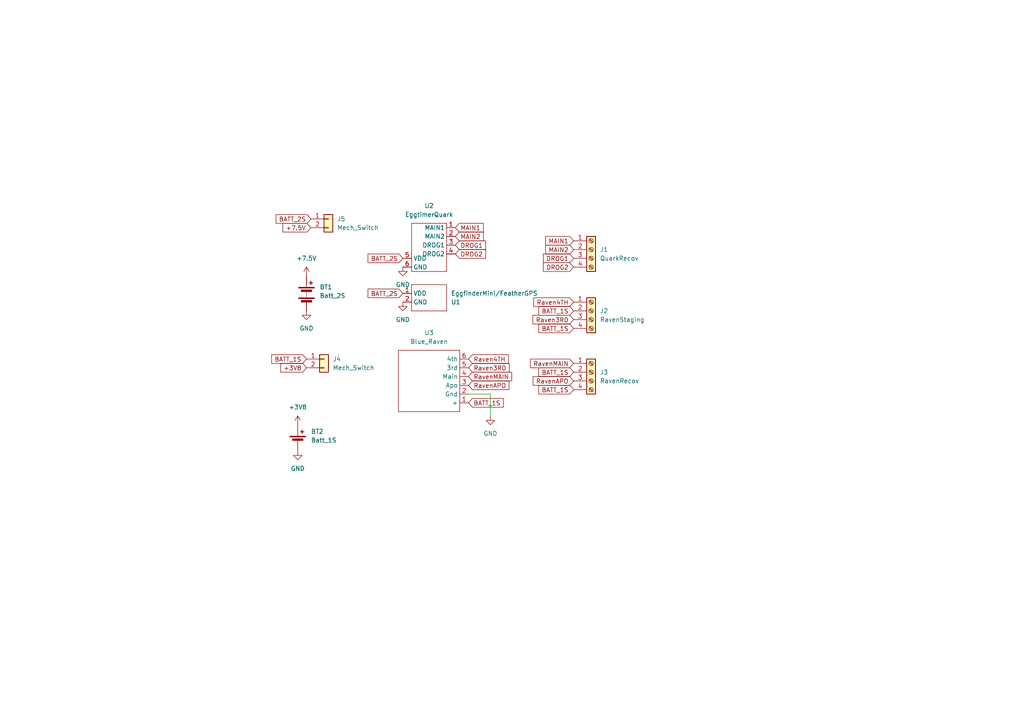
<source format=kicad_sch>
(kicad_sch (version 20230121) (generator eeschema)
  (paper "A4")
  (lib_symbols
    (symbol "COTS_boards:Blue_Raven"
      (property "Reference" "*" (at 25.4 -5.08 0))
      (property "Value" "Blue_Raven" (at 22 -7.62 0))
      (symbol "Blue_Raven_0_0"
        (rectangle (start 10.16 0) (end 27.94 -17.78))
      )
      (symbol "Blue_Raven_1_1"
        (pin input line (at 7.62 -2.54 0) (length 2.54) (name "+") (number "1"))
        (pin input line (at 7.62 -5.08 0) (length 2.54) (name "Gnd") (number "2"))
        (pin input line (at 7.62 -7.62 0) (length 2.54) (name "Apo") (number "3"))
        (pin input line (at 7.62 -10.16 0) (length 2.54) (name "Main") (number "4"))
        (pin input line (at 7.62 -12.7 0) (length 2.54) (name "3rd") (number "5"))
        (pin input line (at 7.62 -15.24 0) (length 2.54) (name "4th") (number "6"))
      )
    )
    (symbol "COTS_boards:EggfinderMini"
      (property "Reference" "U" (at 5.08 2.54 0))
      (property "Value" "EggfinderMini" (at 5.08 1.27 0))
      (symbol "EggfinderMini_0_1"
        (rectangle (start 0 0) (end 10.16 -7.62))
      )
      (symbol "EggfinderMini_1_1"
        (pin power_in line (at 12.7 -2.54 180) (length 2.54) (name "VDD") (number "1"))
        (pin power_in line (at 12.7 -5.08 180) (length 2.54) (name "GND") (number "2"))
      )
    )
    (symbol "COTS_boards:EggtimerQuark"
      (property "Reference" "U" (at 0 2.54 0))
      (property "Value" "EggtimerQuark" (at 0 1.27 0))
      (symbol "EggtimerQuark_0_1"
        (rectangle (start -5.08 0) (end 5.08 -13.97))
      )
      (symbol "EggtimerQuark_1_1"
        (pin output line (at 7.62 -1.27 180) (length 2.54) (name "MAIN1") (number "1"))
        (pin output line (at 7.62 -3.81 180) (length 2.54) (name "MAIN2") (number "2"))
        (pin output line (at 7.62 -6.35 180) (length 2.54) (name "DROG1") (number "3"))
        (pin output line (at 7.62 -8.89 180) (length 2.54) (name "DROG2") (number "4"))
        (pin power_in line (at -7.62 -10.16 0) (length 2.54) (name "VDD") (number "5"))
        (pin power_in line (at -7.62 -12.7 0) (length 2.54) (name "GND") (number "6"))
      )
    )
    (symbol "Connector:Screw_Terminal_01x04" (pin_names (offset 1.016) hide)
      (property "Reference" "J" (at 0 5.08 0))
      (property "Value" "Screw_Terminal_01x04" (at 0 -7.62 0))
      (symbol "Screw_Terminal_01x04_1_1"
        (rectangle (start -1.27 3.81) (end 1.27 -6.35) (stroke (width 0.254)) (fill (type background)))
        (circle (center 0 -5.08) (radius 0.635) (stroke (width 0.1524)))
        (circle (center 0 -2.54) (radius 0.635) (stroke (width 0.1524)))
        (polyline (pts (xy -0.5334 -4.7498) (xy 0.3302 -5.588)) (stroke (width 0.1524)))
        (polyline (pts (xy -0.5334 -2.2098) (xy 0.3302 -3.048)) (stroke (width 0.1524)))
        (polyline (pts (xy -0.5334 0.3302) (xy 0.3302 -0.508)) (stroke (width 0.1524)))
        (polyline (pts (xy -0.5334 2.8702) (xy 0.3302 2.032)) (stroke (width 0.1524)))
        (polyline (pts (xy -0.3556 -4.572) (xy 0.508 -5.4102)) (stroke (width 0.1524)))
        (polyline (pts (xy -0.3556 -2.032) (xy 0.508 -2.8702)) (stroke (width 0.1524)))
        (polyline (pts (xy -0.3556 0.508) (xy 0.508 -0.3302)) (stroke (width 0.1524)))
        (polyline (pts (xy -0.3556 3.048) (xy 0.508 2.2098)) (stroke (width 0.1524)))
        (circle (center 0 0) (radius 0.635) (stroke (width 0.1524)))
        (circle (center 0 2.54) (radius 0.635) (stroke (width 0.1524)))
        (pin passive line (at -5.08 2.54 0) (length 3.81) (name "Pin_1") (number "1"))
        (pin passive line (at -5.08 0 0) (length 3.81) (name "Pin_2") (number "2"))
        (pin passive line (at -5.08 -2.54 0) (length 3.81) (name "Pin_3") (number "3"))
        (pin passive line (at -5.08 -5.08 0) (length 3.81) (name "Pin_4") (number "4"))
      )
    )
    (symbol "Connector_Generic:Conn_01x02" (pin_names (offset 1.016) hide)
      (property "Reference" "J" (at 0 2.54 0))
      (property "Value" "Conn_01x02" (at 0 -5.08 0))
      (symbol "Conn_01x02_1_1"
        (rectangle (start -1.27 -2.413) (end 0 -2.667) (stroke (width 0.1524)))
        (rectangle (start -1.27 0.127) (end 0 -0.127) (stroke (width 0.1524)))
        (rectangle (start -1.27 1.27) (end 1.27 -3.81) (stroke (width 0.254)) (fill (type background)))
        (pin passive line (at -5.08 0 0) (length 3.81) (name "Pin_1") (number "1"))
        (pin passive line (at -5.08 -2.54 0) (length 3.81) (name "Pin_2") (number "2"))
      )
    )
    (symbol "Device:Battery" (pin_numbers hide) (pin_names (offset 0) hide)
      (property "Reference" "BT" (at 2.54 2.54 0))
      (property "Value" "Battery" (at 2.54 0 0))
      (symbol "Battery_0_1"
        (rectangle (start -2.286 -1.27) (end 2.286 -1.524) (fill (type outline)))
        (rectangle (start -2.286 1.778) (end 2.286 1.524) (fill (type outline)))
        (rectangle (start -1.524 -2.032) (end 1.524 -2.54) (fill (type outline)))
        (rectangle (start -1.524 1.016) (end 1.524 0.508) (fill (type outline)))
        (polyline (pts (xy 0 -1.016) (xy 0 -0.762)))
        (polyline (pts (xy 0 -0.508) (xy 0 -0.254)))
        (polyline (pts (xy 0 0) (xy 0 0.254)))
        (polyline (pts (xy 0 1.778) (xy 0 2.54)))
        (polyline (pts (xy 0.762 3.048) (xy 1.778 3.048)) (stroke (width 0.254)))
        (polyline (pts (xy 1.27 3.556) (xy 1.27 2.54)) (stroke (width 0.254)))
      )
      (symbol "Battery_1_1"
        (pin passive line (at 0 5.08 270) (length 2.54) (name "+") (number "1"))
        (pin passive line (at 0 -5.08 90) (length 2.54) (name "-") (number "2"))
      )
    )
    (symbol "Device:Battery_Cell" (pin_numbers hide) (pin_names (offset 0) hide)
      (property "Reference" "BT" (at 2.54 2.54 0))
      (property "Value" "Battery_Cell" (at 2.54 0 0))
      (symbol "Battery_Cell_0_1"
        (rectangle (start -2.286 1.778) (end 2.286 1.524) (fill (type outline)))
        (rectangle (start -1.524 1.016) (end 1.524 0.508) (fill (type outline)))
        (polyline (pts (xy 0 0.762) (xy 0 0)))
        (polyline (pts (xy 0 1.778) (xy 0 2.54)))
        (polyline (pts (xy 0.762 3.048) (xy 1.778 3.048)) (stroke (width 0.254)))
        (polyline (pts (xy 1.27 3.556) (xy 1.27 2.54)) (stroke (width 0.254)))
      )
      (symbol "Battery_Cell_1_1"
        (pin passive line (at 0 5.08 270) (length 2.54) (name "+") (number "1"))
        (pin passive line (at 0 -2.54 90) (length 2.54) (name "-") (number "2"))
      )
    )
    (symbol "power:+3V8" (power) (pin_names (offset 0))
      (property "Value" "+3V8" (at 0 3.556 0))
      (symbol "+3V8_0_1"
        (polyline (pts (xy -0.762 1.27) (xy 0 2.54)))
        (polyline (pts (xy 0 0) (xy 0 2.54)))
        (polyline (pts (xy 0 2.54) (xy 0.762 1.27)))
      )
      (symbol "+3V8_1_1"
        (pin power_in line (at 0 0 90) (length 0) hide (name "+3V8") (number "1"))
      )
    )
    (symbol "power:+7.5V" (power) (pin_names (offset 0))
      (property "Value" "+7.5V" (at 0 3.556 0))
      (symbol "+7.5V_0_1"
        (polyline (pts (xy -0.762 1.27) (xy 0 2.54)))
        (polyline (pts (xy 0 0) (xy 0 2.54)))
        (polyline (pts (xy 0 2.54) (xy 0.762 1.27)))
      )
      (symbol "+7.5V_1_1"
        (pin power_in line (at 0 0 90) (length 0) hide (name "+7.5V") (number "1"))
      )
    )
    (symbol "power:GND" (power) (pin_names (offset 0))
      (property "Value" "GND" (at 0 -3.81 0))
      (symbol "GND_0_1"
        (polyline (pts (xy 0 0) (xy 0 -1.27) (xy 1.27 -1.27) (xy 0 -2.54) (xy -1.27 -1.27) (xy 0 -1.27)))
      )
      (symbol "GND_1_1"
        (pin power_in line (at 0 0 270) (length 0) hide (name "GND") (number "1"))
      )
    )
  )
  (wire (pts (xy 142.24 114.3) (xy 142.24 120.65)))
  (wire (pts (xy 135.89 114.3) (xy 142.24 114.3)))
  (global_label "+3V8" (shape input) (at 88.9 106.68 180) (property "Intersheetrefs" "${INTERSHEET_REFS}" (effects hide)))
  (global_label "BATT_1S" (shape input) (at 88.9 104.14 180) (property "Intersheetrefs" "${INTERSHEET_REFS}" (effects hide)))
  (global_label "DROG1" (shape input) (at 166.37 74.93 180) (property "Intersheetrefs" "${INTERSHEET_REFS}" (effects hide)))
  (global_label "Raven3RD" (shape input) (at 135.89 106.68 0) (property "Intersheetrefs" "${INTERSHEET_REFS}" (effects hide)))
  (global_label "BATT_1S" (shape input) (at 166.37 113.03 180) (property "Intersheetrefs" "${INTERSHEET_REFS}" (effects hide)))
  (global_label "RavenAPO" (shape input) (at 135.89 111.76 0) (property "Intersheetrefs" "${INTERSHEET_REFS}" (effects hide)))
  (global_label "RavenAPO" (shape input) (at 166.37 110.49 180) (property "Intersheetrefs" "${INTERSHEET_REFS}" (effects hide)))
  (global_label "RavenMAIN" (shape input) (at 166.37 105.41 180) (property "Intersheetrefs" "${INTERSHEET_REFS}" (effects hide)))
  (global_label "BATT_1S" (shape input) (at 166.37 90.17 180) (property "Intersheetrefs" "${INTERSHEET_REFS}" (effects hide)))
  (global_label "DROG2" (shape input) (at 166.37 77.47 180) (property "Intersheetrefs" "${INTERSHEET_REFS}" (effects hide)))
  (global_label "Raven4TH" (shape input) (at 166.37 87.63 180) (property "Intersheetrefs" "${INTERSHEET_REFS}" (effects hide)))
  (global_label "MAIN2" (shape input) (at 132.08 68.58 0) (property "Intersheetrefs" "${INTERSHEET_REFS}" (effects hide)))
  (global_label "BATT_1S" (shape input) (at 166.37 95.25 180) (property "Intersheetrefs" "${INTERSHEET_REFS}" (effects hide)))
  (global_label "Raven3RD" (shape input) (at 166.37 92.71 180) (property "Intersheetrefs" "${INTERSHEET_REFS}" (effects hide)))
  (global_label "BATT_1S" (shape input) (at 166.37 107.95 180) (property "Intersheetrefs" "${INTERSHEET_REFS}" (effects hide)))
  (global_label "+7.5V" (shape input) (at 90.17 66.04 180) (property "Intersheetrefs" "${INTERSHEET_REFS}" (effects hide)))
  (global_label "DROG1" (shape input) (at 132.08 71.12 0) (property "Intersheetrefs" "${INTERSHEET_REFS}" (effects hide)))
  (global_label "RavenMAIN" (shape input) (at 135.89 109.22 0) (property "Intersheetrefs" "${INTERSHEET_REFS}" (effects hide)))
  (global_label "BATT_2S" (shape input) (at 116.84 85.09 180) (property "Intersheetrefs" "${INTERSHEET_REFS}" (effects hide)))
  (global_label "DROG2" (shape input) (at 132.08 73.66 0) (property "Intersheetrefs" "${INTERSHEET_REFS}" (effects hide)))
  (global_label "BATT_2S" (shape input) (at 90.17 63.5 180) (property "Intersheetrefs" "${INTERSHEET_REFS}" (effects hide)))
  (global_label "MAIN2" (shape input) (at 166.37 72.39 180) (property "Intersheetrefs" "${INTERSHEET_REFS}" (effects hide)))
  (global_label "Raven4TH" (shape input) (at 135.89 104.14 0) (property "Intersheetrefs" "${INTERSHEET_REFS}" (effects hide)))
  (global_label "BATT_2S" (shape input) (at 116.84 74.93 180) (property "Intersheetrefs" "${INTERSHEET_REFS}" (effects hide)))
  (global_label "MAIN1" (shape input) (at 132.08 66.04 0) (property "Intersheetrefs" "${INTERSHEET_REFS}" (effects hide)))
  (global_label "MAIN1" (shape input) (at 166.37 69.85 180) (property "Intersheetrefs" "${INTERSHEET_REFS}" (effects hide)))
  (global_label "BATT_1S" (shape input) (at 135.89 116.84 0) (property "Intersheetrefs" "${INTERSHEET_REFS}" (effects hide)))
  (symbol (lib_id "COTS_boards:Blue_Raven") (at 143.51 119.38 180) (unit 1)
    (property "Reference" "U3" (at 124.46 96.52 0))
    (property "Value" "Blue_Raven" (at 124.46 99.06 0))
    (property "Footprint" "Library:Blue Raven" (effects hide))
  )
  (symbol (lib_id "power:GND") (at 116.84 87.63 0) (unit 1)
    (property "Reference" "#PWR05" (effects hide))
    (property "Value" "GND" (at 116.84 92.71 0))
  )
  (symbol (lib_id "Connector:Screw_Terminal_01x04") (at 171.45 107.95 0) (unit 1)
    (property "Reference" "J3" (at 173.99 107.95 0) (effects (justify left)))
    (property "Value" "RavenRecov" (at 173.99 110.49 0) (effects (justify left)))
    (property "Footprint" "COTS_Boards:ScrewTerminals_2828362" (effects hide))
  )
  (symbol (lib_id "COTS_boards:EggtimerQuark") (at 124.46 64.77 0) (unit 1)
    (property "Reference" "U2" (at 124.46 59.69 0))
    (property "Value" "EggtimerQuark" (at 124.46 62.23 0))
    (property "Footprint" "COTS_Boards:EggtimerQuark" (effects hide))
  )
  (symbol (lib_id "Device:Battery") (at 88.9 85.09 0) (unit 1)
    (property "Reference" "BT1" (at 92.71 83.2485 0) (effects (justify left)))
    (property "Value" "Batt_2S" (at 92.71 85.7885 0) (effects (justify left)))
    (property "Footprint" "COTS_Boards:BAT_1048P" (effects hide))
  )
  (symbol (lib_id "power:+7.5V") (at 88.9 80.01 0) (unit 1)
    (property "Reference" "#PWR04" (effects hide))
    (property "Value" "+7.5V" (at 88.9 74.93 0))
  )
  (symbol (lib_id "Device:Battery_Cell") (at 86.36 128.27 0) (unit 1)
    (property "Reference" "BT2" (at 90.17 125.1585 0) (effects (justify left)))
    (property "Value" "Batt_1S" (at 90.17 127.6985 0) (effects (justify left)))
    (property "Footprint" "COTS_Boards:1042P_KEY" (effects hide))
  )
  (symbol (lib_id "Connector:Screw_Terminal_01x04") (at 171.45 72.39 0) (unit 1)
    (property "Reference" "J1" (at 173.99 72.39 0) (effects (justify left)))
    (property "Value" "QuarkRecov" (at 173.99 74.93 0) (effects (justify left)))
    (property "Footprint" "COTS_Boards:ScrewTerminals_2828362" (effects hide))
  )
  (symbol (lib_id "power:+3V8") (at 86.36 123.19 0) (unit 1)
    (property "Reference" "#PWR03" (effects hide))
    (property "Value" "+3V8" (at 86.36 118.11 0))
  )
  (symbol (lib_id "Connector_Generic:Conn_01x02") (at 95.25 63.5 0) (unit 1)
    (property "Reference" "J5" (at 97.79 63.5 0) (effects (justify left)))
    (property "Value" "Mech_Switch" (at 97.79 66.04 0) (effects (justify left)))
    (property "Footprint" "Connector_PinHeader_2.54mm:PinHeader_1x02_P2.54mm_Vertical" (effects hide))
  )
  (symbol (lib_id "Connector_Generic:Conn_01x02") (at 93.98 104.14 0) (unit 1)
    (property "Reference" "J4" (at 96.52 104.14 0) (effects (justify left)))
    (property "Value" "Mech_Switch" (at 96.52 106.68 0) (effects (justify left)))
    (property "Footprint" "Connector_PinHeader_2.54mm:PinHeader_1x02_P2.54mm_Vertical" (effects hide))
  )
  (symbol (lib_id "power:GND") (at 88.9 90.17 0) (unit 1)
    (property "Reference" "#PWR01" (effects hide))
    (property "Value" "GND" (at 88.9 95.25 0))
  )
  (symbol (lib_id "power:GND") (at 86.36 130.81 0) (unit 1)
    (property "Reference" "#PWR02" (effects hide))
    (property "Value" "GND" (at 86.36 135.89 0))
  )
  (symbol (lib_id "Connector:Screw_Terminal_01x04") (at 171.45 90.17 0) (unit 1)
    (property "Reference" "J2" (at 173.99 90.17 0) (effects (justify left)))
    (property "Value" "RavenStaging" (at 173.99 92.71 0) (effects (justify left)))
    (property "Footprint" "COTS_Boards:ScrewTerminals_2828362" (effects hide))
  )
  (symbol (lib_id "COTS_boards:EggfinderMini") (at 129.54 82.55 0) (mirror y) (unit 1)
    (property "Reference" "U1" (at 130.81 87.63 0) (effects (justify right)))
    (property "Value" "EggfinderMini/FeatherGPS" (at 130.81 85.09 0) (effects (justify right)))
    (property "Footprint" "COTS_Boards:EggfinderMini" (effects hide))
  )
  (symbol (lib_id "power:GND") (at 116.84 77.47 0) (unit 1)
    (property "Reference" "#PWR06" (effects hide))
    (property "Value" "GND" (at 116.84 82.55 0))
  )
  (symbol (lib_id "power:GND") (at 142.24 120.65 0) (unit 1)
    (property "Reference" "#PWR07" (effects hide))
    (property "Value" "GND" (at 142.24 125.73 0))
  )
)
</source>
